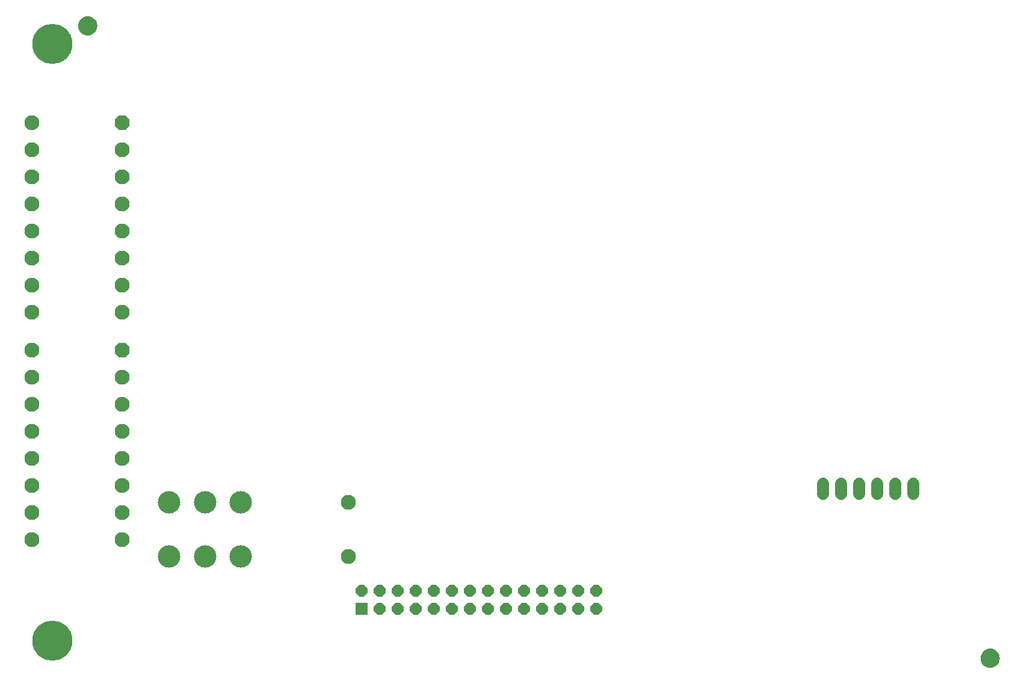
<source format=gbs>
G75*
%MOIN*%
%OFA0B0*%
%FSLAX25Y25*%
%IPPOS*%
%LPD*%
%AMOC8*
5,1,8,0,0,1.08239X$1,22.5*
%
%ADD10C,0.13198*%
%ADD11OC8,0.06506*%
%ADD12R,0.06506X0.06506*%
%ADD13OC8,0.08277*%
%ADD14C,0.08277*%
%ADD15C,0.12411*%
%ADD16C,0.06506*%
%ADD17C,0.00500*%
%ADD18C,0.22254*%
D10*
X0137995Y0087673D03*
X0137995Y0418382D03*
D11*
X0309333Y0115232D03*
X0319333Y0115232D03*
X0329333Y0115232D03*
X0339333Y0115232D03*
X0349333Y0115232D03*
X0359333Y0115232D03*
X0369333Y0115232D03*
X0379333Y0115232D03*
X0389333Y0115232D03*
X0399333Y0115232D03*
X0409333Y0115232D03*
X0419333Y0115232D03*
X0429333Y0115232D03*
X0439333Y0115232D03*
X0439333Y0105232D03*
X0429333Y0105232D03*
X0419333Y0105232D03*
X0409333Y0105232D03*
X0399333Y0105232D03*
X0389333Y0105232D03*
X0379333Y0105232D03*
X0369333Y0105232D03*
X0359333Y0105232D03*
X0349333Y0105232D03*
X0339333Y0105232D03*
X0329333Y0105232D03*
X0319333Y0105232D03*
D12*
X0309333Y0105232D03*
D13*
X0176774Y0248441D03*
X0176774Y0374425D03*
D14*
X0176774Y0359425D03*
X0176774Y0344425D03*
X0176774Y0329425D03*
X0176774Y0314425D03*
X0176774Y0299425D03*
X0176774Y0284425D03*
X0176774Y0269425D03*
X0126774Y0269425D03*
X0126774Y0284425D03*
X0126774Y0299425D03*
X0126774Y0314425D03*
X0126774Y0329425D03*
X0126774Y0344425D03*
X0126774Y0359425D03*
X0126774Y0374425D03*
X0126774Y0248441D03*
X0126774Y0233441D03*
X0126774Y0218441D03*
X0126774Y0203441D03*
X0126774Y0188441D03*
X0126774Y0173441D03*
X0126774Y0158441D03*
X0126774Y0143441D03*
X0176774Y0143441D03*
X0176774Y0158441D03*
X0176774Y0173441D03*
X0176774Y0188441D03*
X0176774Y0203441D03*
X0176774Y0218441D03*
X0176774Y0233441D03*
X0302044Y0164152D03*
X0302044Y0134388D03*
D15*
X0242516Y0134388D03*
X0222674Y0134388D03*
X0202831Y0134388D03*
X0202831Y0164152D03*
X0222674Y0164152D03*
X0242516Y0164152D03*
D16*
X0565188Y0168817D02*
X0565188Y0174722D01*
X0575188Y0174722D02*
X0575188Y0168817D01*
X0585188Y0168817D02*
X0585188Y0174722D01*
X0595188Y0174722D02*
X0595188Y0168817D01*
X0605188Y0168817D02*
X0605188Y0174722D01*
X0615188Y0174722D02*
X0615188Y0168817D01*
D17*
X0655844Y0082471D02*
X0659516Y0082471D01*
X0659390Y0082529D02*
X0660180Y0082161D01*
X0660894Y0081661D01*
X0661510Y0081045D01*
X0662010Y0080331D01*
X0662378Y0079541D01*
X0662604Y0078699D01*
X0662680Y0077831D01*
X0662604Y0076962D01*
X0662378Y0076121D01*
X0662010Y0075331D01*
X0661510Y0074617D01*
X0660894Y0074000D01*
X0660180Y0073501D01*
X0659390Y0073132D01*
X0658548Y0072907D01*
X0657680Y0072831D01*
X0656812Y0072907D01*
X0655970Y0073132D01*
X0655180Y0073501D01*
X0654466Y0074000D01*
X0653850Y0074617D01*
X0653350Y0075331D01*
X0652981Y0076121D01*
X0652756Y0076962D01*
X0652680Y0077831D01*
X0652756Y0078699D01*
X0652981Y0079541D01*
X0653350Y0080331D01*
X0653850Y0081045D01*
X0654466Y0081661D01*
X0655180Y0082161D01*
X0655970Y0082529D01*
X0656812Y0082755D01*
X0657680Y0082831D01*
X0658548Y0082755D01*
X0659390Y0082529D01*
X0660449Y0081972D02*
X0654910Y0081972D01*
X0654278Y0081474D02*
X0661081Y0081474D01*
X0661559Y0080975D02*
X0653801Y0080975D01*
X0653452Y0080477D02*
X0661908Y0080477D01*
X0662174Y0079978D02*
X0653185Y0079978D01*
X0652965Y0079479D02*
X0662395Y0079479D01*
X0662528Y0078981D02*
X0652831Y0078981D01*
X0652737Y0078482D02*
X0662623Y0078482D01*
X0662666Y0077984D02*
X0652693Y0077984D01*
X0652710Y0077485D02*
X0662650Y0077485D01*
X0662606Y0076987D02*
X0652754Y0076987D01*
X0652883Y0076488D02*
X0662477Y0076488D01*
X0662317Y0075990D02*
X0653042Y0075990D01*
X0653275Y0075491D02*
X0662085Y0075491D01*
X0661773Y0074993D02*
X0653586Y0074993D01*
X0653972Y0074494D02*
X0661388Y0074494D01*
X0660887Y0073996D02*
X0654472Y0073996D01*
X0655187Y0073497D02*
X0660173Y0073497D01*
X0658892Y0072999D02*
X0656468Y0072999D01*
X0161510Y0425010D02*
X0160894Y0424394D01*
X0160180Y0423894D01*
X0159390Y0423526D01*
X0158548Y0423300D01*
X0157680Y0423224D01*
X0156812Y0423300D01*
X0155970Y0423526D01*
X0155180Y0423894D01*
X0154466Y0424394D01*
X0153850Y0425010D01*
X0153350Y0425724D01*
X0152981Y0426514D01*
X0152756Y0427356D01*
X0152680Y0428224D01*
X0152756Y0429093D01*
X0152981Y0429935D01*
X0153350Y0430724D01*
X0153850Y0431438D01*
X0154466Y0432055D01*
X0155180Y0432555D01*
X0155970Y0432923D01*
X0156812Y0433148D01*
X0157680Y0433224D01*
X0158548Y0433148D01*
X0159390Y0432923D01*
X0160180Y0432555D01*
X0160894Y0432055D01*
X0161510Y0431438D01*
X0162010Y0430724D01*
X0162378Y0429935D01*
X0162604Y0429093D01*
X0162680Y0428224D01*
X0162604Y0427356D01*
X0162378Y0426514D01*
X0162010Y0425724D01*
X0161510Y0425010D01*
X0161447Y0424948D02*
X0153912Y0424948D01*
X0153544Y0425446D02*
X0161815Y0425446D01*
X0162113Y0425945D02*
X0153247Y0425945D01*
X0153014Y0426443D02*
X0162345Y0426443D01*
X0162493Y0426942D02*
X0152867Y0426942D01*
X0152748Y0427440D02*
X0162611Y0427440D01*
X0162655Y0427939D02*
X0152705Y0427939D01*
X0152698Y0428437D02*
X0162661Y0428437D01*
X0162618Y0428936D02*
X0152742Y0428936D01*
X0152847Y0429434D02*
X0162512Y0429434D01*
X0162379Y0429933D02*
X0152981Y0429933D01*
X0153213Y0430431D02*
X0162147Y0430431D01*
X0161866Y0430930D02*
X0153494Y0430930D01*
X0153843Y0431428D02*
X0161517Y0431428D01*
X0161021Y0431927D02*
X0154338Y0431927D01*
X0154995Y0432426D02*
X0160364Y0432426D01*
X0159386Y0432924D02*
X0155974Y0432924D01*
X0154411Y0424449D02*
X0160949Y0424449D01*
X0160261Y0423951D02*
X0155099Y0423951D01*
X0156245Y0423452D02*
X0159115Y0423452D01*
D18*
X0137995Y0087673D03*
X0137995Y0418382D03*
M02*

</source>
